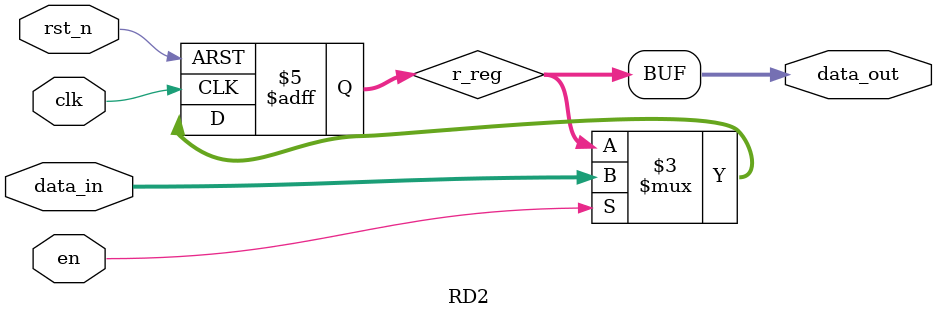
<source format=sv>
module RD2(
  input clk, input rst_n, input en,
  input [7:0] data_in,
  output [7:0] data_out
);
reg [7:0] r_reg;
always @(posedge clk or negedge rst_n) begin
  if (!rst_n) r_reg <= 8'd0;
  else if (en) r_reg <= data_in;
end
assign data_out = r_reg;
endmodule

</source>
